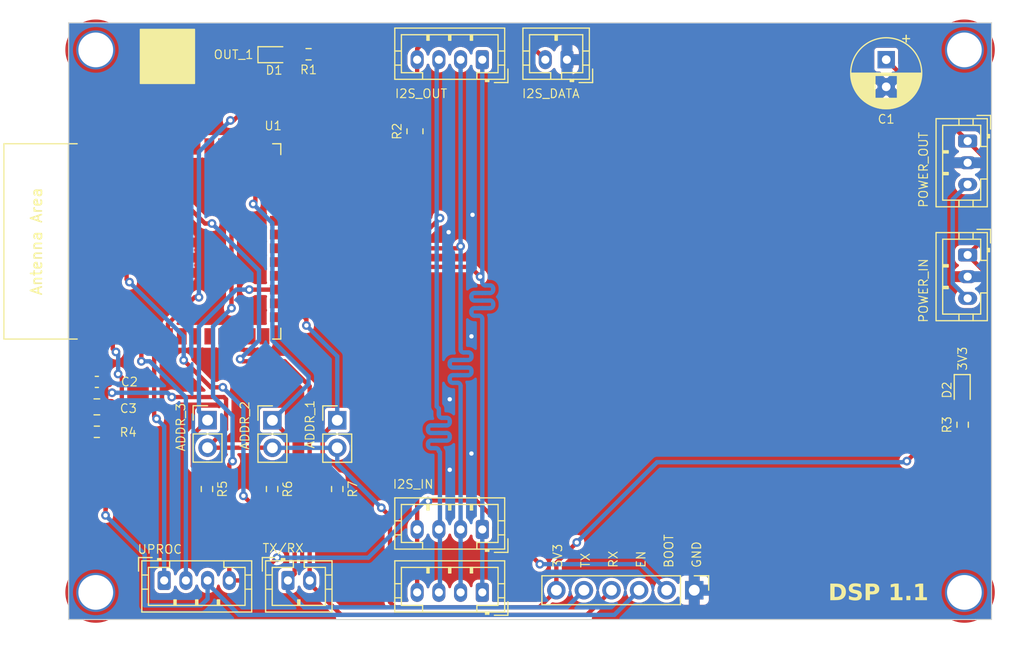
<source format=kicad_pcb>
(kicad_pcb (version 20241229) (generator "pcbnew") (generator_version "9.0")
  (layers (0 "F.Cu" signal) (2 "B.Cu" signal) (13 "F.Paste" user) (15 "B.Paste" user) (5 "F.SilkS" user "F.Silkscreen") (7 "B.SilkS" user "B.Silkscreen") (1 "F.Mask" user) (3 "B.Mask" user) (25 "Edge.Cuts" user))
  (net 0 "")
  (net 1 "GND")
  (net 2 "3V3")
  (net 3 "5V")
  (net 4 "I2S_IN_LRCLK")
  (net 5 "I2S_IN_DATA")
  (net 6 "I2S_IN_BCLK")
  (net 7 "I2S_OUT_DATA")
  (net 8 "ADDR2")
  (net 9 "ADDR1")
  (net 10 "I2S_IN_MCLK")
  (net 11 "ADDR3")
  (net 12 "EN")
  (net 13 "TX")
  (net 14 "RX")
  (net 15 "BOOT")
  (net 17 "PROCESS")
  (net 18 "SCL")
  (net 19 "SDA")
  (net 20 "Net-(U1-SPIIO6{slash}GPIO35{slash}FSPID{slash}SUBSPID)")
  (net 22 "Net-(D2-A)")
  (net 23 "Net-(D1-A)")
  (footprint "MountingHole:MountingHole_3.2mm_M3_DIN965_Pad_TopOnly" (layer "F.Cu") (at 31.1364 29.765)
    (property "Reference" "H1" (hide yes))
    (property "Value" "MountingHole")
  )
  (footprint "MountingHole:MountingHole_3.2mm_M3_DIN965_Pad_TopOnly" (layer "F.Cu") (at 111.1364 29.765)
    (property "Reference" "H2" (hide yes))
    (property "Value" "MountingHole")
  )
  (footprint "Resistor_SMD:R_0603_1608Metric" (layer "F.Cu") (at 53.3764 70.24 -90)
    (property "Reference" "R7")
    (property "Value" "4.7K")
  )
  (footprint "Connector_PinHeader_2.54mm:PinHeader_1x02_P2.54mm_Vertical" (layer "F.Cu") (at 53.3764 63.900934)
    (property "Reference" "J7" (hide yes))
    (property "Value" "Conn_01x02_Pin")
  )
  (footprint "Resistor_SMD:R_0603_1608Metric" (layer "F.Cu") (at 47.3764 70.24 -90)
    (property "Reference" "R6")
    (property "Value" "4.7K")
  )
  (footprint "Resistor_SMD:R_0603_1608Metric" (layer "F.Cu") (at 31.2364 64.965)
    (property "Reference" "R4")
    (property "Value" "4.7K")
  )
  (footprint "MountingHole:MountingHole_3.2mm_M3_DIN965_Pad_TopOnly" (layer "F.Cu") (at 111.1364 79.765)
    (property "Reference" "H4" (hide yes))
    (property "Value" "MountingHole")
  )
  (footprint "PCM_Espressif:ESP32-S3-WROOM-1" (layer "F.Cu") (at 38.4264 47.415 90)
    (property "Reference" "U1")
    (property "Value" "ESP32-S3-WROOM-1")
  )
  (footprint "Connector_PinHeader_2.54mm:PinHeader_1x02_P2.54mm_Vertical" (layer "F.Cu") (at 41.432119 63.89)
    (property "Reference" "J5" (hide yes))
    (property "Value" "Conn_01x02_Pin")
  )
  (footprint "Resistor_SMD:R_0603_1608Metric" (layer "F.Cu") (at 110.976399 64.31416 90)
    (property "Reference" "R3")
    (property "Value" "150R")
  )
  (footprint "Connector_JST:JST_PH_B2B-PH-K_1x02_P2.00mm_Vertical" (layer "F.Cu") (at 74.5364 30.665 180)
    (property "Reference" "J2" (hide yes))
    (property "Value" "Conn_01x02_Pin")
  )
  (footprint "Connector_JST:JST_PH_B4B-PH-K_1x04_P2.00mm_Vertical" (layer "F.Cu") (at 66.7364 73.965 180)
    (property "Reference" "J12" (hide yes))
    (property "Value" "Conn_01x04_Pin")
  )
  (footprint "Connector_JST:JST_PH_B3B-PH-K_1x03_P2.00mm_Vertical" (layer "F.Cu") (at 111.4364 38.165 -90)
    (property "Reference" "J3" (hide yes))
    (property "Value" "Conn_01x03_Pin")
  )
  (footprint "Connector_JST:JST_PH_B4B-PH-K_1x04_P2.00mm_Vertical" (layer "F.Cu") (at 66.7364 79.765 180)
    (property "Reference" "J11" (hide yes))
    (property "Value" "Conn_01x04_Pin")
  )
  (footprint "MountingHole:MountingHole_3.2mm_M3_DIN965_Pad_TopOnly" (layer "F.Cu") (at 31.1364 79.765)
    (property "Reference" "H3" (hide yes))
    (property "Value" "MountingHole")
  )
  (footprint "Connector_JST:JST_PH_B4B-PH-K_1x04_P2.00mm_Vertical" (layer "F.Cu") (at 37.4364 78.665)
    (property "Reference" "J8" (hide yes))
    (property "Value" "Conn_01x04_Pin")
  )
  (footprint "Diode_SMD:D_0603_1608Metric" (layer "F.Cu") (at 110.936399 61.17666 -90)
    (property "Reference" "D2")
    (property "Value" "BLUE")
  )
  (footprint "Connector_PinHeader_2.54mm:PinHeader_1x06_P2.54mm_Vertical" (layer "F.Cu") (at 86.2564 79.565 -90)
    (property "Reference" "J10" (hide yes))
    (property "Value" "Conn_01x06_Pin")
  )
  (footprint "Capacitor_THT:CP_Radial_D6.3mm_P2.50mm" (layer "F.Cu") (at 103.9364 30.665 -90)
    (property "Reference" "C1")
    (property "Value" "220u")
  )
  (footprint "Capacitor_SMD:C_0805_2012Metric_Pad1.18x1.45mm_HandSolder" (layer "F.Cu") (at 31.2364 62.665 180)
    (property "Reference" "C3")
    (property "Value" "10u")
  )
  (footprint "Connector_PinHeader_2.54mm:PinHeader_1x02_P2.54mm_Vertical" (layer "F.Cu") (at 47.40426 63.900934)
    (property "Reference" "J6" (hide yes))
    (property "Value" "Conn_01x02_Pin")
  )
  (footprint "Connector_JST:JST_PH_B2B-PH-K_1x02_P2.00mm_Vertical" (layer "F.Cu") (at 48.8364 78.665)
    (property "Reference" "J9" (hide yes))
    (property "Value" "Conn_01x02_Pin")
  )
  (footprint "Capacitor_SMD:C_0603_1608Metric_Pad1.08x0.95mm_HandSolder" (layer "F.Cu") (at 31.2364 60.365 180)
    (property "Reference" "C2")
    (property "Value" "0.1u")
  )
  (footprint "Diode_SMD:D_0603_1608Metric" (layer "F.Cu") (at 47.5614 30.205)
    (property "Reference" "D1")
    (property "Value" "BLUE")
  )
  (footprint "Connector_JST:JST_PH_B4B-PH-K_1x04_P2.00mm_Vertical" (layer "F.Cu") (at 66.7364 30.665 180)
    (property "Reference" "J1" (hide yes))
    (property "Value" "Conn_01x04_Pin")
  )
  (footprint "Connector_JST:JST_PH_B3B-PH-K_1x03_P2.00mm_Vertical" (layer "F.Cu") (at 111.4364 48.665 -90)
    (property "Reference" "J4" (hide yes))
    (property "Value" "Conn_01x03_Pin")
  )
  (footprint "Resistor_SMD:R_0603_1608Metric" (layer "F.Cu") (at 41.3764 70.24 -90)
    (property "Reference" "R5")
    (property "Value" "4.7K")
  )
  (footprint "Resistor_SMD:R_0805_2012Metric" (layer "F.Cu") (at 60.5364 37.265 90)
    (property "Reference" "R2")
    (property "Value" "22R")
  )
  (footprint "Resistor_SMD:R_0603_1608Metric" (layer "F.Cu") (at 50.7364 30.165 180)
    (property "Reference" "R1")
    (property "Value" "150R")
  )
  (gr_rect (start 35.2364 27.865) (end 40.2364 32.865) (stroke (width 0.1)) (fill yes) (layer "F.SilkS"))
  (gr_line (start 28.6364 72.265) (end 28.6364 27.265) (stroke (width 0.1)) (layer "Edge.Cuts"))
  (gr_line (start 28.6364 82.265) (end 28.6364 72.265) (stroke (width 0.1)) (layer "Edge.Cuts"))
  (gr_line (start 113.6364 82.265) (end 113.6364 27.265) (stroke (width 0.1)) (layer "Edge.Cuts"))
  (gr_line (start 28.6364 27.265) (end 113.6364 27.265) (stroke (width 0.1)) (layer "Edge.Cuts"))
  (gr_line (start 28.6364 82.265) (end 113.6364 82.265) (stroke (width 0.1)) (layer "Edge.Cuts"))
  (gr_text "3V3" (at 111.436399 59.38916 90) (layer "F.SilkS") (effects (font (size 0.8 0.8) (thickness 0.1)) (justify left bottom)))
  (gr_text "DSP 1.1" (at 107.8364 80.74 0) (layer "F.SilkS") (effects (font (size 1.5 1.5) (thickness 0.1) (bold yes)) (justify right bottom)))
  (gr_text "ADDR_2\n" (at 45.3364 66.665 90) (layer "F.SilkS") (effects (font (size 0.8 0.8) (thickness 0.1)) (justify left bottom)))
  (gr_text "I2S_IN" (at 58.4364 70.265 0) (layer "F.SilkS") (effects (font (size 0.8 0.8) (thickness 0.1)) (justify left bottom)))
  (gr_text "ADDR_3" (at 39.4364 66.825934 90) (layer "F.SilkS") (effects (font (size 0.8 0.8) (thickness 0.1)) (justify left bottom)))
  (gr_text "I2S_DATA" (at 70.3364 34.265 0) (layer "F.SilkS") (effects (font (size 0.8 0.8) (thickness 0.1)) (justify left bottom)))
  (gr_text "3V3\n" (at 74.1464 77.565 90) (layer "F.SilkS") (effects (font (size 0.8 0.8) (thickness 0.1)) (justify left bottom)))
  (gr_text "OUT_1" (at 41.9364 30.665 0) (layer "F.SilkS") (effects (font (size 0.8 0.8) (thickness 0.1)) (justify left bottom)))
  (gr_text "EN" (at 81.8264 77.565 90) (layer "F.SilkS") (effects (font (size 0.8 0.8) (thickness 0.1)) (justify left bottom)))
  (gr_text "BOOT\n" (at 84.3864 77.565 90) (layer "F.SilkS") (effects (font (size 0.8 0.8) (thickness 0.1)) (justify left bottom)))
  (gr_text "I2S_OUT" (at 58.6364 34.265 0) (layer "F.SilkS") (effects (font (size 0.8 0.8) (thickness 0.1)) (justify left bottom)))
  (gr_text "RX" (at 79.2664 77.565 90) (layer "F.SilkS") (effects (font (size 0.8 0.8) (thickness 0.1)) (justify left bottom)))
  (gr_text "TX/RX" (at 46.4364 76.165 0) (layer "F.SilkS") (effects (font (size 0.8 0.8) (thickness 0.1)) (justify left bottom)))
  (gr_text "ADDR_1\n" (at 51.3364 66.565 90) (layer "F.SilkS") (effects (font (size 0.8 0.8) (thickness 0.1)) (justify left bottom)))
  (gr_text "UPROC" (at 34.9364 76.265 0) (layer "F.SilkS") (effects (font (size 0.8 0.8) (thickness 0.1)) (justify left bottom)))
  (gr_text "POWER_IN" (at 107.8364 54.965 90) (layer "F.SilkS") (effects (font (size 0.8 0.8) (thickness 0.1)) (justify left bottom)))
  (gr_text "POWER_OUT" (at 107.8364 44.365 90) (layer "F.SilkS") (effects (font (size 0.8 0.8) (thickness 0.1)) (justify left bottom)))
  (gr_text "TX\n" (at 76.7064 77.565 90) (layer "F.SilkS") (effects (font (size 0.8 0.8) (thickness 0.1)) (justify left bottom)))
  (gr_text "GND\n" (at 86.9464 77.565 90) (layer "F.SilkS") (effects (font (size 0.8 0.8) (thickness 0.1)) (justify left bottom)))
  (via (at 65.7364 66.965) (size 0.8) (drill 0.4) (layers "F.Cu" "B.Cu") (net 1))
  (via (at 63.6364 46.565) (size 0.8) (drill 0.4) (layers "F.Cu" "B.Cu") (net 1))
  (via (at 63.7364 68.465) (size 0.8) (drill 0.4) (layers "F.Cu" "B.Cu") (net 1))
  (via (at 65.7364 56.165) (size 0.8) (drill 0.4) (layers "F.Cu" "B.Cu") (net 1))
  (via (at 63.7364 61.965) (size 0.8) (drill 0.4) (layers "F.Cu" "B.Cu") (net 1))
  (via (at 65.8364 44.965) (size 0.8) (drill 0.4) (layers "F.Cu" "B.Cu") (net 1))
  (segment (start 112.8114 47.29) (end 111.4364 48.665) (width 0.4) (layer "F.Cu") (net 2))
  (segment (start 108.36224 65.13916) (end 105.8364 67.665) (width 0.4) (layer "F.Cu") (net 2))
  (segment (start 73.5564 79.565) (end 71.9814 81.14) (width 0.4) (layer "F.Cu") (net 2))
  (segment (start 32.0989 61.365) (end 32.0989 62.49) (width 0.4) (layer "F.Cu") (net 2))
  (segment (start 75.4364 75.165) (end 73.5564 77.045) (width 0.4) (layer "F.Cu") (net 2))
  (segment (start 110.976399 65.13916) (end 108.36224 65.13916) (width 0.4) (layer "F.Cu") (net 2))
  (segment (start 111.4364 38.165) (end 103.9364 30.665) (width 0.4) (layer "F.Cu") (net 2))
  (segment (start 112.8114 39.54) (end 112.8114 47.29) (width 0.4) (layer "F.Cu") (net 2))
  (segment (start 111.4364 38.165) (end 112.8114 39.54) (width 0.4) (layer "F.Cu") (net 2))
  (segment (start 111.4364 48.665) (end 113.0364 50.265) (width 0.4) (layer "F.Cu") (net 2))
  (segment (start 113.0364 50.265) (end 113.0364 63.079159) (width 0.4) (layer "F.Cu") (net 2))
  (segment (start 113.0364 63.079159) (end 110.976399 65.13916) (width 0.4) (layer "F.Cu") (net 2))
  (segment (start 58.7114 81.14) (end 58.2364 80.665) (width 0.4) (layer "F.Cu") (net 2))
  (segment (start 42.9364 61.765) (end 38.1364 61.765) (width 0.4) (layer "F.Cu") (net 2))
  (segment (start 30.4114 64.965) (end 30.4114 64.5275) (width 0.4) (layer "F.Cu") (net 2))
  (segment (start 31.4364 59.7025) (end 31.4364 56.165) (width 0.4) (layer "F.Cu") (net 2))
  (segment (start 32.0989 61.365) (end 32.6364 61.365) (width 0.4) (layer "F.Cu") (net 2))
  (segment (start 41.432119 66.43) (end 43.1364 64.725719) (width 0.4) (layer "F.Cu") (net 2))
  (segment (start 47.393326 66.43) (end 47.40426 66.440934) (width 0.4) (layer "F.Cu") (net 2))
  (segment (start 43.1364 64.725719) (end 43.1364 61.965) (width 0.4) (layer "F.Cu") (net 2))
  (segment (start 43.1364 61.965) (end 42.9364 61.765) (width 0.4) (layer "F.Cu") (net 2))
  (segment (start 73.5564 77.045) (end 73.5564 79.565) (width 0.4) (layer "F.Cu") (net 2))
  (segment (start 32.0989 60.365) (end 31.4364 59.7025) (width 0.4) (layer "F.Cu") (net 2))
  (segment (start 41.432119 66.43) (end 47.393326 66.43) (width 0.4) (layer "F.Cu") (net 2))
  (segment (start 30.4114 64.5275) (end 32.2739 62.665) (width 0.4) (layer "F.Cu") (net 2))
  (segment (start 58.2364 72.765) (end 57.4364 71.965) (width 0.4) (layer "F.Cu") (net 2))
  (segment (start 32.0989 60.365) (end 32.0989 61.365) (width 0.4) (layer "F.Cu") (net 2))
  (segment (start 58.2364 80.665) (end 58.2364 72.765) (width 0.4) (layer "F.Cu") (net 2))
  (segment (start 71.9814 81.14) (end 58.7114 81.14) (width 0.4) (layer "F.Cu") (net 2))
  (segment (start 32.0989 62.49) (end 32.2739 62.665) (width 0.4) (layer "F.Cu") (net 2))
  (via (at 57.4364 71.965) (size 0.8) (drill 0.4) (layers "F.Cu" "B.Cu") (net 2))
  (via (at 105.8364 67.665) (size 0.8) (drill 0.4) (layers "F.Cu" "B.Cu") (net 2))
  (via (at 75.4364 75.165) (size 0.8) (drill 0.4) (layers "F.Cu" "B.Cu") (net 2))
  (via (at 32.6364 61.365) (size 0.8) (drill 0.4) (layers "F.Cu" "B.Cu") (net 2))
  (via (at 38.1364 61.765) (size 0.8) (drill 0.4) (layers "F.Cu" "B.Cu") (net 2))
  (segment (start 53.3764 66.440934) (end 47.40426 66.440934) (width 0.4) (layer "B.Cu") (net 2))
  (segment (start 105.8364 67.665) (end 105.7364 67.765) (width 0.4) (layer "B.Cu") (net 2))
  (segment (start 105.7364 67.765) (end 82.8364 67.765) (width 0.4) (layer "B.Cu") (net 2))
  (segment (start 82.8364 67.765) (end 75.4364 75.165) (width 0.4) (layer "B.Cu") (net 2))
  (segment (start 32.6364 61.365) (end 37.7364 61.365) (width 0.4) (layer "B.Cu") (net 2))
  (segment (start 37.7364 61.365) (end 38.1364 61.765) (width 0.4) (layer "B.Cu") (net 2))
  (segment (start 53.3764 67.905) (end 53.3764 66.440934) (width 0.4) (layer "B.Cu") (net 2))
  (segment (start 57.4364 71.965) (end 53.3764 67.905) (width 0.4) (layer "B.Cu") (net 2))
  (segment (start 110.0614 43.54) (end 110.0614 51.29) (width 0.4) (layer "B.Cu") (net 3))
  (segment (start 111.4364 42.165) (end 110.0614 43.54) (width 0.4) (layer "B.Cu") (net 3))
  (segment (start 110.0614 51.29) (end 111.4364 52.665) (width 0.4) (layer "B.Cu") (net 3))
  (segment (start 61.5364 46.565) (end 62.8364 45.265) (width 0.4) (layer "F.Cu") (net 4))
  (segment (start 47.9264 46.78) (end 48.1414 46.565) (width 0.4) (layer "F.Cu") (net 4))
  (segment (start 48.1414 46.565) (end 61.5364 46.565) (width 0.4) (layer "F.Cu") (net 4))
  (via (at 62.8364 45.265) (size 0.8) (drill 0.4) (layers "F.Cu" "B.Cu") (net 4))
  (segment (start 63.7364 65.494741) (end 63.7364 65.354741) (width 0.4) (layer "B.Cu") (net 4))
  (segment (start 62.7364 79.765) (end 62.8364 79.665) (width 0.4) (layer "B.Cu") (net 4))
  (segment (start 62.4564 65.774741) (end 62.7364 65.774741) (width 0.4) (layer "B.Cu") (net 4))
  (segment (start 62.7364 62.828247) (end 62.5364 62.628247) (width 0.4) (layer "B.Cu") (net 4))
  (segment (start 62.4564 66.474741) (end 62.0164 66.474741) (width 0.4) (layer "B.Cu") (net 4))
  (segment (start 63.4564 63.674741) (end 63.0164 63.674741) (width 0.4) (layer "B.Cu") (net 4))
  (segment (start 62.0164 65.774741) (end 62.4564 65.774741) (width 0.4) (layer "B.Cu") (net 4))
  (segment (start 62.7364 65.074741) (end 62.0164 65.074741) (width 0.4) (layer "B.Cu") (net 4))
  (segment (start 63.0164 64.374741) (end 63.4564 64.374741) (width 0.4) (layer "B.Cu") (net 4))
  (segment (start 61.7364 66.194741) (end 61.7364 66.054741) (width 0.4) (layer "B.Cu") (net 4))
  (segment (start 62.7364 63.254741) (end 62.7364 62.828247) (width 0.4) (layer "B.Cu") (net 4))
  (segment (start 62.7364 65.774741) (end 63.4564 65.774741) (width 0.4) (layer "B.Cu") (net 4))
  (segment (start 62.5364 30.865) (end 62.7364 30.665) (width 0.4) (layer "B.Cu") (net 4))
  (segment (start 62.5364 62.628247) (end 62.5364 30.865) (width 0.4) (layer "B.Cu") (net 4))
  (segment (start 62.0164 64.374741) (end 62.7364 64.374741) (width 0.4) (layer "B.Cu") (net 4))
  (segment (start 62.7364 64.374741) (end 63.0164 64.374741) (width 0.4) (layer "B.Cu") (net 4))
  (segment (start 62.8364 66.854741) (end 62.7364 66.754741) (width 0.4) (layer "B.Cu") (net 4))
  (segment (start 63.4564 65.074741) (end 62.7364 65.074741) (width 0.4) (layer "B.Cu") (net 4))
  (segment (start 61.7364 64.794741) (end 61.7364 64.654741) (width 0.4) (layer "B.Cu") (net 4))
  (segment (start 62.8364 79.665) (end 62.8364 66.854741) (width 0.4) (layer "B.Cu") (net 4))
  (segment (start 63.7364 64.094741) (end 63.7364 63.954741) (width 0.4) (layer "B.Cu") (net 4))
  (segment (start 62.7364 63.394741) (end 62.7364 63.254741) (width 0.4) (layer "B.Cu") (net 4))
  (arc (start 62.7364 66.754741) (mid 62.65439 66.556751) (end 62.4564 66.474741) (width 0.4) (layer "B.Cu") (net 4))
  (arc (start 62.0164 66.474741) (mid 61.81841 66.392731) (end 61.7364 66.194741) (width 0.4) (layer "B.Cu") (net 4))
  (arc (start 63.7364 63.954741) (mid 63.65439 63.756751) (end 63.4564 63.674741) (width 0.4) (layer "B.Cu") (net 4))
  (arc (start 63.4564 64.374741) (mid 63.65439 64.292731) (end 63.7364 64.094741) (width 0.4) (layer "B.Cu") (net 4))
  (arc (start 62.0164 65.074741) (mid 61.81841 64.992731) (end 61.7364 64.794741) (width 0.4) (layer "B.Cu") (net 4))
  (arc (start 63.4564 65.774741) (mid 63.65439 65.692731) (end 63.7364 65.494741) (width 0.4) (layer "B.Cu") (net 4))
  (arc (start 61.7364 64.654741) (mid 61.81841 64.456751) (end 62.0164 64.374741) (width 0.4) (layer "B.Cu") (net 4))
  (arc (start 63.7364 65.354741) (mid 63.65439 65.156751) (end 63.4564 65.074741) (width 0.4) (layer "B.Cu") (net 4))
  (arc (start 63.0164 63.674741) (mid 62.81841 63.592731) (end 62.7364 63.394741) (width 0.4) (layer "B.Cu") (net 4))
  (arc (start 61.7364 66.054741) (mid 61.81841 65.856751) (end 62.0164 65.774741) (width 0.4) (layer "B.Cu") (net 4))
  (segment (start 60.7364 69.065) (end 55.9364 64.265) (width 0.4) (layer "F.Cu") (net 5))
  (segment (start 55.9364 64.265) (end 55.9364 57.865) (width 0.4) (layer "F.Cu") (net 5))
  (segment (start 55.9364 57.865) (end 48.6614 50.59) (width 0.4) (layer "F.Cu") (net 5))
  (segment (start 48.6614 50.59) (end 47.9264 50.59) (width 0.4) (layer "F.Cu") (net 5))
  (segment (start 60.7364 79.765) (end 60.7364 69.065) (width 0.4) (layer "F.Cu") (net 5))
  (segment (start 64.5514 48.05) (end 64.7364 47.865) (width 0.4) (layer "F.Cu") (net 6))
  (segment (start 47.9264 48.05) (end 64.5514 48.05) (width 0.4) (layer "F.Cu") (net 6))
  (via (at 64.7364 47.865) (size 0.8) (drill 0.4) (layers "F.Cu" "B.Cu") (net 6))
  (segment (start 64.7364 79.765) (end 64.7364 60.72694) (width 0.4) (layer "B.Cu") (net 6))
  (segment (start 64.0164 58.34694) (end 64.7364 58.34694) (width 0.4) (layer "B.Cu") (net 6))
  (segment (start 64.4564 60.44694) (end 64.0164 60.44694) (width 0.4) (layer "B.Cu") (net 6))
  (segment (start 64.7364 56.742703) (end 64.7364 30.665) (width 0.4) (layer "B.Cu") (net 6))
  (segment (start 63.7364 58.76694) (end 63.7364 58.62694) (width 0.4) (layer "B.Cu") (net 6))
  (segment (start 64.7364 59.74694) (end 65.4564 59.74694) (width 0.4) (layer "B.Cu") (net 6))
  (segment (start 65.7364 59.46694) (end 65.7364 59.32694) (width 0.4) (layer "B.Cu") (net 6))
  (segment (start 64.7364 57.22694) (end 64.7364 56.742703) (width 0.4) (layer "B.Cu") (net 6))
  (segment (start 64.4564 59.74694) (end 64.7364 59.74694) (width 0.4) (layer "B.Cu") (net 6))
  (segment (start 65.0164 58.34694) (end 65.4564 58.34694) (width 0.4) (layer "B.Cu") (net 6))
  (segment (start 65.7364 58.06694) (end 65.7364 57.92694) (width 0.4) (layer "B.Cu") (net 6))
  (segment (start 64.7364 59.04694) (end 64.0164 59.04694) (width 0.4) (layer "B.Cu") (net 6))
  (segment (start 65.4564 59.04694) (end 64.7364 59.04694) (width 0.4) (layer "B.Cu") (net 6))
  (segment (start 64.0164 59.74694) (end 64.4564 59.74694) (width 0.4) (layer "B.Cu") (net 6))
  (segment (start 64.7364 58.34694) (end 65.0164 58.34694) (width 0.4) (layer "B.Cu") (net 6))
  (segment (start 65.4564 57.64694) (end 65.0164 57.64694) (width 0.4) (layer "B.Cu") (net 6))
  (segment (start 63.7364 60.16694) (end 63.7364 60.02694) (width 0.4) (layer "B.Cu") (net 6))
  (segment (start 64.7364 57.36694) (end 64.7364 57.22694) (width 0.4) (layer "B.Cu") (net 6))
  (arc (start 65.4564 59.74694) (mid 65.65439 59.66493) (end 65.7364 59.46694) (width 0.4) (layer "B.Cu") (net 6))
  (arc (start 63.7364 60.02694) (mid 63.81841 59.82895) (end 64.0164 59.74694) (width 0.4) (layer "B.Cu") (net 6))
  (arc (start 65.4564 58.34694) (mid 65.65439 58.26493) (end 65.7364 58.06694) (width 0.4) (layer "B.Cu") (net 6))
  (arc (start 64.0164 60.44694) (mid 63.81841 60.36493) (end 63.7364 60.16694) (width 0.4) (layer "B.Cu") (net 6))
  (arc (start 65.7364 59.32694) (mid 65.65439 59.12895) (end 65.4564 59.04694) (width 0.4) (layer "B.Cu") (net 6))
  (arc (start 64.0164 59.04694) (mid 63.81841 58.96493) (end 63.7364 58.76694) (width 0.4) (layer "B.Cu") (net 6))
  (arc (start 64.7364 60.72694) (mid 64.65439 60.52895) (end 64.4564 60.44694) (width 0.4) (layer "B.Cu") (net 6))
  (arc (start 63.7364 58.62694) (mid 63.81841 58.42895) (end 64.0164 58.34694) (width 0.4) (layer "B.Cu") (net 6))
  (arc (start 65.7364 57.92694) (mid 65.65439 57.72895) (end 65.4564 57.64694) (width 0.4) (layer "B.Cu") (net 6))
  (arc (start 65.0164 57.64694) (mid 64.81841 57.56493) (end 64.7364 57.36694) (width 0.4) (layer "B.Cu") (net 6))
  (segment (start 61.8364 28.565) (end 60.7364 29.665) (width 0.4) (layer "F.Cu") (net 7))
  (segment (start 72.5364 30.665) (end 70.4364 28.565) (width 0.4) (layer "F.Cu") (net 7))
  (segment (start 60.7364 29.665) (end 60.7364 30.665) (width 0.4) (layer "F.Cu") (net 7))
  (segment (start 60.7364 36.1525) (end 60.5364 36.3525) (width 0.4) (layer "F.Cu") (net 7))
  (segment (start 60.7364 30.665) (end 60.7364 36.1525) (width 0.4) (layer "F.Cu") (net 7))
  (segment (start 70.4364 28.565) (end 61.8364 28.565) (width 0.4) (layer "F.Cu") (net 7))
  (segment (start 48.75426 65.250934) (end 47.40426 63.900934) (width 0.4) (layer "F.Cu") (net 8))
  (segment (start 47.3764 69.415) (end 48.75426 68.03714) (width 0.4) (layer "F.Cu") (net 8))
  (segment (start 45.6364 43.965) (end 45.8364 43.765) (width 0.4) (layer "F.Cu") (net 8))
  (segment (start 45.8364 41.59) (end 46.9964 40.43) (width 0.4) (layer "F.Cu") (net 8))
  (segment (start 46.9964 40.43) (end 47.9264 40.43) (width 0.4) (layer "F.Cu") (net 8))
  (segment (start 45.8364 43.765) (end 45.8364 41.59) (width 0.4) (layer "F.Cu") (net 8))
  (segment (start 48.75426 68.03714) (end 48.75426 65.250934) (width 0.4) (layer "F.Cu") (net 8))
  (via (at 45.6364 43.965) (size 0.8) (drill 0.4) (layers "F.Cu" "B.Cu") (net 8))
  (segment (start 50.7364 59.87505) (end 47.40426 56.54291) (width 0.4) (layer "B.Cu") (net 8))
  (segment (start 47.40426 63.900934) (end 50.7364 60.568794) (width 0.4) (layer "B.Cu") (net 8))
  (segment (start 50.7364 60.568794) (end 50.7364 59.87505) (width 0.4) (layer "B.Cu") (net 8))
  (segment (start 47.40426 45.73286) (end 45.6364 43.965) (width 0.4) (layer "B.Cu") (net 8))
  (segment (start 47.40426 56.54291) (end 47.40426 45.73286) (width 0.4) (layer "B.Cu") (net 8))
  (segment (start 53.3764 69.24) (end 52.0264 67.89) (width 0.4) (layer "F.Cu") (net 9))
  (segment (start 47.9264 53.13) (end 49.0764 53.13) (width 0.4) (layer "F.Cu") (net 9))
  (segment (start 52.0264 67.89) (end 52.0264 65.250934) (width 0.4) (layer "F.Cu") (net 9))
  (segment (start 52.0264 65.250934) (end 53.3764 63.900934) (width 0.4) (layer "F.Cu") (net 9))
  (segment (start 50.5364 54.59) (end 50.5364 55.165) (width 0.4) (layer "F.Cu") (net 9))
  (segment (start 49.0764 53.13) (end 50.5364 54.59) (width 0.4) (layer "F.Cu") (net 9))
  (via (at 50.5364 55.165) (size 0.8) (drill 0.4) (layers "F.Cu" "B.Cu") (net 9))
  (segment (start 53.3764 58.005) (end 50.5364 55.165) (width 0.4) (layer "B.Cu") (net 9))
  (segment (start 53.3764 63.900934) (end 53.3764 58.005) (width 0.4) (layer "B.Cu") (net 9))
  (segment (start 48.2464 49.64) (end 49.0514 49.64) (width 0.4) (layer "F.Cu") (net 10))
  (segment (start 47.9264 49.32) (end 48.2464 49.64) (width 0.4) (layer "F.Cu") (net 10))
  (segment (start 65.6364 49.765) (end 66.5364 50.665) (width 0.4) (layer "F.Cu") (net 10))
  (segment (start 49.0514 49.64) (end 49.1764 49.765) (width 0.4) (layer "F.Cu") (net 10))
  (segment (start 49.1764 49.765) (end 65.6364 49.765) (width 0.4) (layer "F.Cu") (net 10))
  (via (at 66.5364 50.665) (size 0.8) (drill 0.4) (layers "F.Cu" "B.Cu") (net 10))
  (segment (start 66.0164 52.168486) (end 66.7364 52.168486) (width 0.4) (layer "B.Cu") (net 10))
  (segment (start 67.7364 51.888486) (end 67.7364 51.748486) (width 0.4) (layer "B.Cu") (net 10))
  (segment (start 66.7364 53.568486) (end 67.4564 53.568486) (width 0.4) (layer "B.Cu") (net 10))
  (segment (start 66.7364 50.506506) (end 66.7364 30.665) (width 0.4) (layer "B.Cu") (net 10))
  (segment (start 67.0164 52.168486) (end 67.4564 52.168486) (width 0.4) (layer "B.Cu") (net 10))
  (segment (start 66.4564 54.268486) (end 66.0164 54.268486) (width 0.4) (layer "B.Cu") (net 10))
  (segment (start 65.7364 53.988486) (end 65.7364 53.848486) (width 0.4) (layer "B.Cu") (net 10))
  (segment (start 66.0164 53.568486) (end 66.4564 53.568486) (width 0.4) (layer "B.Cu") (net 10))
  (segment (start 67.7364 53.288486) (end 67.7364 53.148486) (width 0.4) (layer "B.Cu") (net 10))
  (segment (start 66.7364 51.188486) (end 66.7364 51.048486) (width 0.4) (layer "B.Cu") (net 10))
  (segment (start 67.4564 51.468486) (end 67.0164 51.468486) (width 0.4) (layer "B.Cu") (net 10))
  (segment (start 67.4564 52.868486) (end 66.7364 52.868486) (width 0.4) (layer "B.Cu") (net 10))
  (segment (start 66.7364 79.765) (end 66.7364 54.548486) (width 0.4) (layer "B.Cu") (net 10))
  (segment (start 66.7364 51.048486) (end 66.7364 50.506506) (width 0.4) (layer "B.Cu") (net 10))
  (segment (start 66.4564 53.568486) (end 66.7364 53.568486) (width 0.4) (layer "B.Cu") (net 10))
  (segment (start 65.7364 52.588486) (end 65.7364 52.448486) (width 0.4) (layer "B.Cu") (net 10))
  (segment (start 66.7364 52.868486) (end 66.0164 52.868486) (width 0.4) (layer "B.Cu") (net 10))
  (segment (start 66.7364 52.168486) (end 67.0164 52.168486) (width 0.4) (layer "B.Cu") (net 10))
  (arc (start 65.7364 53.848486) (mid 65.81841 53.650496) (end 66.0164 53.568486) (width 0.4) (layer "B.Cu") (net 10))
  (arc (start 67.4564 52.168486) (mid 67.65439 52.086476) (end 67.7364 51.888486) (width 0.4) (layer "B.Cu") (net 10))
  (arc (start 65.7364 52.448486) (mid 65.81841 52.250496) (end 66.0164 52.168486) (width 0.4) (layer "B.Cu") (net 10))
  (arc (start 67.7364 51.748486) (mid 67.65439 51.550496) (end 67.4564 51.468486) (width 0.4) (layer "B.Cu") (net 10))
  (arc (start 66.0164 54.268486) (mid 65.81841 54.186476) (end 65.7364 53.988486) (width 0.4) (layer "B.Cu") (net 10))
  (arc (start 67.4564 53.568486) (mid 67.65439 53.486476) (end 67.7364 53.288486) (width 0.4) (layer "B.Cu") (net 10))
  (arc (start 67.7364 53.148486) (mid 67.65439 52.950496) (end 67.4564 52.868486) (width 0.4) (layer "B.Cu") (net 10))
  (arc (start 66.0164 52.868486) (mid 65.81841 52.786476) (end 65.7364 52.588486) (width 0.4) (layer "B.Cu") (net 10))
  (arc (start 66.7364 54.548486) (mid 66.65439 54.350496) (end 66.4564 54.268486) (width 0.4) (layer "B.Cu") (net 10))
  (arc (start 67.0164 51.468486) (mid 66.81841 51.386476) (end 66.7364 51.188486) (width 0.4) (layer "B.Cu") (net 10))
  (segment (start 40.082119 68.120719) (end 40.082119 65.24) (width 0.4) (layer "F.Cu") (net 11))
  (segment (start 47.9264 51.86) (end 45.270503 51.86) (width 0.4) (layer "F.Cu") (net 11))
  (segment (start 45.270503 51.86) (end 45.270502 51.859999) (width 0.4) (layer "F.Cu") (net 11))
  (segment (start 41.3764 69.415) (end 40.082119 68.120719) (width 0.4) (layer "F.Cu") (net 11))
  (segment (start 40.082119 65.24) (end 41.432119 63.89) (width 0.4) (layer "F.Cu") (net 11))
  (via (at 45.270502 51.859999) (size 0.8) (drill 0.4) (layers "F.Cu" "B.Cu") (net 11))
  (segment (start 41.432119 63.89) (end 40.6364 63.094281) (width 0.4) (layer "B.Cu") (net 11))
  (segment (start 40.6364 55.292207) (end 44.068608 51.859999) (width 0.4) (layer "B.Cu") (net 11))
  (segment (start 40.6364 63.094281) (end 40.6364 55.292207) (width 0.4) (layer "B.Cu") (net 11))
  (segment (start 44.068608 51.859999) (end 45.270502 51.859999) (width 0.4) (layer "B.Cu") (net 11))
  (segment (start 33.5364 59.974018) (end 33.197271 59.634889) (width 0.4) (layer "F.Cu") (net 12))
  (segment (start 32.0364 72.065) (end 32.0614 72.04) (width 0.4) (layer "F.Cu") (net 12))
  (segment (start 32.0364 72.665) (end 32.0364 72.065) (width 0.4) (layer "F.Cu") (net 12))
  (segment (start 32.7064 56.165) (end 32.7064 57.315) (width 0.4) (layer "F.Cu") (net 12))
  (segment (start 32.0614 64.965) (end 33.5364 63.49) (width 0.4) (layer "F.Cu") (net 12))
  (segment (start 32.7064 57.315) (end 32.9964 57.605) (width 0.4) (layer "F.Cu") (net 12))
  (segment (start 32.0614 72.04) (end 32.0614 64.965) (width 0.4) (layer "F.Cu") (net 12))
  (segment (start 33.5364 63.49) (end 33.5364 59.974018) (width 0.4) (layer "F.Cu") (net 12))
  (via (at 33.197271 59.634889) (size 0.8) (drill 0.4) (layers "F.Cu" "B.Cu") (net 12))
  (via (at 32.9964 57.605) (size 0.8) (drill 0.4) (layers "F.Cu" "B.Cu") (net 12))
  (via (at 32.0364 72.665) (size 0.8) (drill 0.4) (layers "F.Cu" "B.Cu") (net 12))
  (segment (start 35.6364 76.265) (end 32.0364 72.665) (width 0.4) (layer "B.Cu") (net 12))
  (segment (start 78.9014 81.84) (end 44.3364 81.84) (width 0.4) (layer "B.Cu") (net 12))
  (segment (start 33.197271 57.805871) (end 32.9964 57.605) (width 0.4) (layer "B.Cu") (net 12))
  (segment (start 40.8364 80.965) (end 35.6364 80.965) (width 0.4) (layer "B.Cu") (net 12))
  (segment (start 41.4364 78.665) (end 41.4364 80.365) (width 0.4) (layer "B.Cu") (net 12))
  (segment (start 41.4364 80.365) (end 40.8364 80.965) (width 0.4) (layer "B.Cu") (net 12))
  (segment (start 33.197271 59.634889) (end 33.197271 57.805871) (width 0.4) (layer "B.Cu") (net 12))
  (segment (start 44.3364 81.84) (end 41.4364 78.94) (width 0.4) (layer "B.Cu") (net 12))
  (segment (start 35.6364 80.965) (end 35.6364 76.265) (width 0.4) (layer "B.Cu") (net 12))
  (segment (start 81.1764 79.565) (end 78.9014 81.84) (width 0.4) (layer "B.Cu") (net 12))
  (segment (start 41.4364 78.94) (end 41.4364 78.665) (width 0.4) (layer "B.Cu") (net 12))
  (segment (start 48.8364 78.665) (end 49.45426 78.04714) (width 0.4) (layer "F.Cu") (net 13))
  (segment (start 49.45426 78.04714) (end 49.45426 75.58286) (width 0.4) (layer "F.Cu") (net 13))
  (segment (start 49.45426 75.58286) (end 44.7364 70.865) (width 0.4) (layer "F.Cu") (net 13))
  (segment (start 34.2364 51.165) (end 33.9764 50.905) (width 0.4) (layer "F.Cu") (net 13))
  (segment (start 33.9764 50.905) (end 33.9764 38.665) (width 0.4) (layer "F.Cu") (net 13))
  (segment (start 41.7364 60.865) (end 42.8364 60.865) (width 0.4) (layer "F.Cu") (net 13))
  (segment (start 39.2364 58.365) (end 41.7364 60.865) (width 0.4) (layer "F.Cu") (net 13))
  (via (at 42.8364 60.865) (size 0.8) (drill 0.4) (layers "F.Cu" "B.Cu") (net 13))
  (via (at 39.2364 58.365) (size 0.8) (drill 0.4) (layers "F.Cu" "B.Cu") (net 13))
  (via (at 34.2364 51.165) (size 0.8) (drill 0.4) (layers "F.Cu" "B.Cu") (net 13))
  (via (at 44.7364 70.865) (size 0.8) (drill 0.4) (layers "F.Cu" "B.Cu") (net 13))
  (segment (start 76.0964 79.565) (end 74.5214 81.14) (width 0.4) (layer "B.Cu") (net 13))
  (segment (start 44.7364 70.865) (end 44.7364 62.765) (width 0.4) (layer "B.Cu") (net 13))
  (segment (start 44.7364 62.765) (end 42.8364 60.865) (width 0.4) (layer "B.Cu") (net 13))
  (segment (start 50.3114 81.14) (end 48.8364 79.665) (width 0.4) (layer "B.Cu") (net 13))
  (segment (start 74.5214 81.14) (end 50.3114 81.14) (width 0.4) (layer "B.Cu") (net 13))
  (segment (start 48.8364 79.665) (end 48.8364 78.665) (width 0.4) (layer "B.Cu") (net 13))
  (segment (start 39.2364 58.365) (end 39.2364 56.165) (width 0.4) (layer "B.Cu") (net 13))
  (segment (start 39.2364 56.165) (end 34.2364 51.165) (width 0.4) (layer "B.Cu") (net 13))
  (segment (start 44.6364 58.465) (end 44.4364 58.265) (width 0.4) (layer "F.Cu") (net 14))
  (segment (start 48.5364 58.465) (end 44.6364 58.465) (width 0.4) (layer "F.Cu") (net 14))
  (segment (start 41.1964 45.765) (end 41.8364 45.765) (width 0.4) (layer "F.Cu") (net 14))
  (segment (start 50.8364 78.665) (end 50.8364 78.94) (width 0.4) (layer "F.Cu") (net 14))
  (segment (start 50.8364 78.665) (end 50.8364 60.765) (width 0.4) (layer "F.Cu") (net 14))
  (segment (start 50.8364 78.94) (end 53.7364 81.84) (width 0.4) (layer "F.Cu") (net 14))
  (segment (start 35.2464 39.815) (end 41.1964 45.765) (width 0.4) (layer "F.Cu") (net 14))
  (segment (start 53.7364 81.84) (end 76.3614 81.84) (width 0.4) (layer "F.Cu") (net 14))
  (segment (start 76.3614 81.84) (end 78.6364 79.565) (width 0.4) (layer "F.Cu") (net 14))
  (segment (start 35.2464 38.665) (end 35.2464 39.815) (width 0.4) (layer "F.Cu") (net 14))
  (segment (start 50.8364 60.765) (end 48.5364 58.465) (width 0.4) (layer "F.Cu") (net 14))
  (via (at 41.8364 45.765) (size 0.8) (drill 0.4) (layers "F.Cu" "B.Cu") (net 14))
  (via (at 44.4364 58.265) (size 0.8) (drill 0.4) (layers "F.Cu" "B.Cu") (net 14))
  (segment (start 46.170502 50.099102) (end 41.8364 45.765) (width 0.4) (layer "B.Cu") (net 14))
  (segment (start 46.170502 56.530898) (end 46.170502 50.099102) (width 0.4) (layer "B.Cu") (net 14))
  (segment (start 44.4364 58.265) (end 46.170502 56.530898) (width 0.4) (layer "B.Cu") (net 14))
  (segment (start 46.6764 39.595) (end 43.6364 42.635) (width 0.4) (layer "F.Cu") (net 15))
  (segment (start 43.4364 67.965) (end 43.7364 67.665) (width 0.4) (layer "F.Cu") (net 15))
  (segment (start 43.4364 78.665) (end 45.7364 78.665) (width 0.4) (layer "F.Cu") (net 15))
  (segment (start 72.0364 77.165) (end 66.163607 71.292207) (width 0.4) (layer "F.Cu") (net 15))
  (segment (start 46.6764 38.665) (end 46.6764 39.595) (width 0.4) (layer "F.Cu") (net 15))
  (segment (start 43.6364 42.635) (end 43.6364 53.565) (width 0.4) (layer "F.Cu") (net 15))
  (segment (start 66.163607 71.292207) (end 61.809193 71.292207) (width 0.4) (layer "F.Cu") (net 15))
  (segment (start 45.7364 78.665) (end 47.8364 76.565) (width 0.4) (layer "F.Cu") (net 15))
  (segment (start 43.4364 78.665) (end 43.4364 67.965) (width 0.4) (layer "F.Cu") (net 15))
  (segment (start 61.809193 71.292207) (end 61.7364 71.365) (width 0.4) (layer "F.Cu") (net 15))
  (via (at 43.7364 67.665) (size 0.8) (drill 0.4) (layers "F.Cu" "B.Cu") (net 15))
  (via (at 61.7364 71.365) (size 0.8) (drill 0.4) (layers "F.Cu" "B.Cu") (net 15))
  (via (at 47.8364 76.565) (size 0.8) (drill 0.4) (layers "F.Cu" "B.Cu") (net 15))
  (via (at 43.6364 53.565) (size 0.8) (drill 0.4) (layers "F.Cu" "B.Cu") (net 15))
  (via (at 72.0364 77.165) (size 0.8) (drill 0.4) (layers "F.Cu" "B.Cu") (net 15))
  (segment (start 56.2364 76.565) (end 61.4364 71.365) (width 0.4) (layer "B.Cu") (net 15))
  (segment (start 61.4364 71.365) (end 61.7364 71.365) (width 0.4) (layer "B.Cu") (net 15))
  (segment (start 81.3164 77.165) (end 83.7164 79.565) (width 0.4) (layer "B.Cu") (net 15))
  (segment (start 41.9364 55.265) (end 43.6364 53.565) (width 0.4) (layer "B.Cu") (net 15))
  (segment (start 72.0364 77.165) (end 81.3164 77.165) (width 0.4) (layer "B.Cu") (net 15))
  (segment (start 41.9364 61.694281) (end 41.9364 55.265) (width 0.4) (layer "B.Cu") (net 15))
  (segment (start 43.7364 67.665) (end 43.7364 63.494281) (width 0.4) (layer "B.Cu") (net 15))
  (segment (start 47.8364 76.565) (end 56.2364 76.565) (width 0.4) (layer "B.Cu") (net 15))
  (segment (start 43.7364 63.494281) (end 41.9364 61.694281) (width 0.4) (layer "B.Cu") (net 15))
  (segment (start 40.2364 52.565) (end 40.6364 52.565) (width 0.4) (layer "F.Cu") (net 17))
  (segment (start 37.7864 55.015) (end 40.2364 52.565) (width 0.4) (layer "F.Cu") (net 17))
  (segment (start 37.7864 56.165) (end 37.7864 55.015) (width 0.4) (layer "F.Cu") (net 17))
  (segment (start 51.5614 30.165) (end 50.8114 30.165) (width 0.4) (layer "F.Cu") (net 17))
  (segment (start 49.188654 30.912746) (end 43.8364 36.265) (width 0.4) (layer "F.Cu") (net 17))
  (segment (start 49.415908 31.14) (end 49.188654 30.912746) (width 0.4) (layer "F.Cu") (net 17))
  (segment (start 50.406892 31.14) (end 49.415908 31.14) (width 0.4) (layer "F.Cu") (net 17))
  (segment (start 43.8364 36.265) (end 43.5364 36.265) (width 0.4) (layer "F.Cu") (net 17))
  (segment (start 50.8114 30.735492) (end 50.406892 31.14) (width 0.4) (layer "F.Cu") (net 17))
  (segment (start 50.8114 30.165) (end 50.8114 30.735492) (width 0.4) (layer "F.Cu") (net 17))
  (via (at 40.6364 52.565) (size 0.8) (drill 0.4) (layers "F.Cu" "B.Cu") (net 17))
  (via (at 43.5364 36.265) (size 0.8) (drill 0.4) (layers "F.Cu" "B.Cu") (net 17))
  (segment (start 43.5364 36.265) (end 40.6364 39.165) (width 0.4) (layer "B.Cu") (net 17))
  (segment (start 40.6364 39.165) (end 40.6364 52.565) (width 0.4) (layer "B.Cu") (net 17))
  (segment (start 36.5164 63.545) (end 36.7364 63.765) (width 0.4) (layer "F.Cu") (net 18))
  (segment (start 36.5164 56.165) (end 36.5164 63.545) (width 0.4) (layer "F.Cu") (net 18))
  (via (at 36.7364 63.765) (size 0.8) (drill 0.4) (layers "F.Cu" "B.Cu") (net 18))
  (segment (start 37.4364 64.465) (end 36.7364 63.765) (width 0.4) (layer "B.Cu") (net 18))
  (segment (start 37.4364 78.665) (end 37.4364 64.465) (width 0.4) (layer "B.Cu") (net 18))
  (segment (start 35.3364 56.255) (end 35.2464 56.165) (width 0.4) (layer "F.Cu") (net 19))
  (segment (start 35.3364 58.465) (end 35.3364 56.255) (width 0.4) (layer "F.Cu") (net 19))
  (via (at 35.3364 58.465) (size 0.8) (drill 0.4) (layers "F.Cu" "B.Cu") (net 19))
  (segment (start 39.4364 78.665) (end 39.4364 61.792207) (width 0.4) (layer "B.Cu") (net 19))
  (segment (start 39.4364 61.792207) (end 36.109193 58.465) (width 0.4) (layer "B.Cu") (net 19))
  (segment (start 36.109193 58.465) (end 35.3364 58.465) (width 0.4) (layer "B.Cu") (net 19))
  (segment (start 45.8564 37.065) (end 57.2364 37.065) (width 0.4) (layer "F.Cu") (net 20))
  (segment (start 45.4064 37.515) (end 45.8564 37.065) (width 0.4) (layer "F.Cu") (net 20))
  (segment (start 45.4064 38.665) (end 45.4064 37.515) (width 0.4) (layer "F.Cu") (net 20))
  (segment (start 58.3489 38.1775) (end 60.5364 38.1775) (width 0.4) (layer "F.Cu") (net 20))
  (segment (start 57.2364 37.065) (end 58.3489 38.1775) (width 0.4) (layer "F.Cu") (net 20))
  (segment (start 110.976399 62.00416) (end 110.936399 61.96416) (width 0.4) (layer "F.Cu") (net 22))
  (segment (start 110.976399 63.48916) (end 110.976399 62.00416) (width 0.4) (layer "F.Cu") (net 22))
  (segment (start 49.8714 30.205) (end 49.9114 30.165) (width 0.4) (layer "F.Cu") (net 23))
  (segment (start 48.3489 30.205) (end 49.8714 30.205) (width 0.4) (layer "F.Cu") (net 23))
  (zone (net 1) (net_name "GND") (layers "F.Cu" "B.Cu") (connect_pads (clearance 0.25)) (min_thickness 0.25) (fill yes (thermal_gap 0.5) (thermal_bridge_width 1))
    (polygon (pts (xy 27.0364 25.165) (xy 114.4364 25.165) (xy 116.6364 27.365) (xy 116.6364 82.665) (xy 27.7364 82.665) (xy 25.7364 80.665) (xy 25.7364 26.465)))
  )
)
</source>
